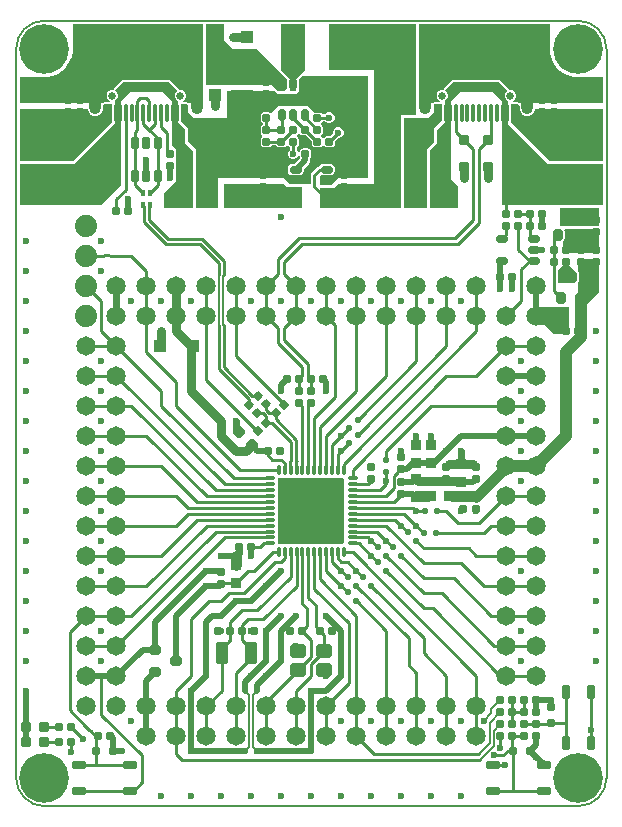
<source format=gtl>
G04*
G04 #@! TF.GenerationSoftware,Altium Limited,Altium Designer,23.3.1 (30)*
G04*
G04 Layer_Physical_Order=1*
G04 Layer_Color=255*
%FSLAX25Y25*%
%MOIN*%
G70*
G04*
G04 #@! TF.SameCoordinates,D048E5A0-3BFD-467D-8461-715AC76033F9*
G04*
G04*
G04 #@! TF.FilePolarity,Positive*
G04*
G01*
G75*
%ADD12C,0.00787*%
%ADD17C,0.00600*%
%ADD20C,0.01000*%
G04:AMPARAMS|DCode=27|XSize=31.58mil|YSize=38.27mil|CornerRadius=7.89mil|HoleSize=0mil|Usage=FLASHONLY|Rotation=90.000|XOffset=0mil|YOffset=0mil|HoleType=Round|Shape=RoundedRectangle|*
%AMROUNDEDRECTD27*
21,1,0.03158,0.02248,0,0,90.0*
21,1,0.01579,0.03827,0,0,90.0*
1,1,0.01579,0.01124,0.00789*
1,1,0.01579,0.01124,-0.00789*
1,1,0.01579,-0.01124,-0.00789*
1,1,0.01579,-0.01124,0.00789*
%
%ADD27ROUNDEDRECTD27*%
%ADD28R,0.01181X0.01968*%
G04:AMPARAMS|DCode=29|XSize=23.62mil|YSize=23.62mil|CornerRadius=2.36mil|HoleSize=0mil|Usage=FLASHONLY|Rotation=315.000|XOffset=0mil|YOffset=0mil|HoleType=Round|Shape=RoundedRectangle|*
%AMROUNDEDRECTD29*
21,1,0.02362,0.01890,0,0,315.0*
21,1,0.01890,0.02362,0,0,315.0*
1,1,0.00472,0.00000,-0.01336*
1,1,0.00472,-0.01336,0.00000*
1,1,0.00472,0.00000,0.01336*
1,1,0.00472,0.01336,0.00000*
%
%ADD29ROUNDEDRECTD29*%
G04:AMPARAMS|DCode=30|XSize=57.09mil|YSize=11.81mil|CornerRadius=2.95mil|HoleSize=0mil|Usage=FLASHONLY|Rotation=270.000|XOffset=0mil|YOffset=0mil|HoleType=Round|Shape=RoundedRectangle|*
%AMROUNDEDRECTD30*
21,1,0.05709,0.00591,0,0,270.0*
21,1,0.05118,0.01181,0,0,270.0*
1,1,0.00591,-0.00295,-0.02559*
1,1,0.00591,-0.00295,0.02559*
1,1,0.00591,0.00295,0.02559*
1,1,0.00591,0.00295,-0.02559*
%
%ADD30ROUNDEDRECTD30*%
G04:AMPARAMS|DCode=31|XSize=23.62mil|YSize=43.31mil|CornerRadius=5.91mil|HoleSize=0mil|Usage=FLASHONLY|Rotation=180.000|XOffset=0mil|YOffset=0mil|HoleType=Round|Shape=RoundedRectangle|*
%AMROUNDEDRECTD31*
21,1,0.02362,0.03150,0,0,180.0*
21,1,0.01181,0.04331,0,0,180.0*
1,1,0.01181,-0.00591,0.01575*
1,1,0.01181,0.00591,0.01575*
1,1,0.01181,0.00591,-0.01575*
1,1,0.01181,-0.00591,-0.01575*
%
%ADD31ROUNDEDRECTD31*%
G04:AMPARAMS|DCode=32|XSize=23.62mil|YSize=23.62mil|CornerRadius=2.36mil|HoleSize=0mil|Usage=FLASHONLY|Rotation=225.000|XOffset=0mil|YOffset=0mil|HoleType=Round|Shape=RoundedRectangle|*
%AMROUNDEDRECTD32*
21,1,0.02362,0.01890,0,0,225.0*
21,1,0.01890,0.02362,0,0,225.0*
1,1,0.00472,-0.01336,0.00000*
1,1,0.00472,0.00000,0.01336*
1,1,0.00472,0.01336,0.00000*
1,1,0.00472,0.00000,-0.01336*
%
%ADD32ROUNDEDRECTD32*%
G04:AMPARAMS|DCode=33|XSize=31.5mil|YSize=31.5mil|CornerRadius=3.15mil|HoleSize=0mil|Usage=FLASHONLY|Rotation=180.000|XOffset=0mil|YOffset=0mil|HoleType=Round|Shape=RoundedRectangle|*
%AMROUNDEDRECTD33*
21,1,0.03150,0.02520,0,0,180.0*
21,1,0.02520,0.03150,0,0,180.0*
1,1,0.00630,-0.01260,0.01260*
1,1,0.00630,0.01260,0.01260*
1,1,0.00630,0.01260,-0.01260*
1,1,0.00630,-0.01260,-0.01260*
%
%ADD33ROUNDEDRECTD33*%
G04:AMPARAMS|DCode=34|XSize=23.62mil|YSize=23.62mil|CornerRadius=2.36mil|HoleSize=0mil|Usage=FLASHONLY|Rotation=180.000|XOffset=0mil|YOffset=0mil|HoleType=Round|Shape=RoundedRectangle|*
%AMROUNDEDRECTD34*
21,1,0.02362,0.01890,0,0,180.0*
21,1,0.01890,0.02362,0,0,180.0*
1,1,0.00472,-0.00945,0.00945*
1,1,0.00472,0.00945,0.00945*
1,1,0.00472,0.00945,-0.00945*
1,1,0.00472,-0.00945,-0.00945*
%
%ADD34ROUNDEDRECTD34*%
G04:AMPARAMS|DCode=35|XSize=23.62mil|YSize=23.62mil|CornerRadius=2.36mil|HoleSize=0mil|Usage=FLASHONLY|Rotation=90.000|XOffset=0mil|YOffset=0mil|HoleType=Round|Shape=RoundedRectangle|*
%AMROUNDEDRECTD35*
21,1,0.02362,0.01890,0,0,90.0*
21,1,0.01890,0.02362,0,0,90.0*
1,1,0.00472,0.00945,0.00945*
1,1,0.00472,0.00945,-0.00945*
1,1,0.00472,-0.00945,-0.00945*
1,1,0.00472,-0.00945,0.00945*
%
%ADD35ROUNDEDRECTD35*%
G04:AMPARAMS|DCode=36|XSize=23.62mil|YSize=27.56mil|CornerRadius=2.95mil|HoleSize=0mil|Usage=FLASHONLY|Rotation=270.000|XOffset=0mil|YOffset=0mil|HoleType=Round|Shape=RoundedRectangle|*
%AMROUNDEDRECTD36*
21,1,0.02362,0.02165,0,0,270.0*
21,1,0.01772,0.02756,0,0,270.0*
1,1,0.00591,-0.01083,-0.00886*
1,1,0.00591,-0.01083,0.00886*
1,1,0.00591,0.01083,0.00886*
1,1,0.00591,0.01083,-0.00886*
%
%ADD36ROUNDEDRECTD36*%
G04:AMPARAMS|DCode=37|XSize=25.59mil|YSize=47.24mil|CornerRadius=3.2mil|HoleSize=0mil|Usage=FLASHONLY|Rotation=180.000|XOffset=0mil|YOffset=0mil|HoleType=Round|Shape=RoundedRectangle|*
%AMROUNDEDRECTD37*
21,1,0.02559,0.04085,0,0,180.0*
21,1,0.01919,0.04724,0,0,180.0*
1,1,0.00640,-0.00960,0.02042*
1,1,0.00640,0.00960,0.02042*
1,1,0.00640,0.00960,-0.02042*
1,1,0.00640,-0.00960,-0.02042*
%
%ADD37ROUNDEDRECTD37*%
G04:AMPARAMS|DCode=38|XSize=25.59mil|YSize=47.24mil|CornerRadius=3.2mil|HoleSize=0mil|Usage=FLASHONLY|Rotation=270.000|XOffset=0mil|YOffset=0mil|HoleType=Round|Shape=RoundedRectangle|*
%AMROUNDEDRECTD38*
21,1,0.02559,0.04085,0,0,270.0*
21,1,0.01919,0.04724,0,0,270.0*
1,1,0.00640,-0.02042,-0.00960*
1,1,0.00640,-0.02042,0.00960*
1,1,0.00640,0.02042,0.00960*
1,1,0.00640,0.02042,-0.00960*
%
%ADD38ROUNDEDRECTD38*%
G04:AMPARAMS|DCode=39|XSize=43.31mil|YSize=43.31mil|CornerRadius=5.41mil|HoleSize=0mil|Usage=FLASHONLY|Rotation=0.000|XOffset=0mil|YOffset=0mil|HoleType=Round|Shape=RoundedRectangle|*
%AMROUNDEDRECTD39*
21,1,0.04331,0.03248,0,0,0.0*
21,1,0.03248,0.04331,0,0,0.0*
1,1,0.01083,0.01624,-0.01624*
1,1,0.01083,-0.01624,-0.01624*
1,1,0.01083,-0.01624,0.01624*
1,1,0.01083,0.01624,0.01624*
%
%ADD39ROUNDEDRECTD39*%
G04:AMPARAMS|DCode=40|XSize=43.31mil|YSize=43.31mil|CornerRadius=5.41mil|HoleSize=0mil|Usage=FLASHONLY|Rotation=90.000|XOffset=0mil|YOffset=0mil|HoleType=Round|Shape=RoundedRectangle|*
%AMROUNDEDRECTD40*
21,1,0.04331,0.03248,0,0,90.0*
21,1,0.03248,0.04331,0,0,90.0*
1,1,0.01083,0.01624,0.01624*
1,1,0.01083,0.01624,-0.01624*
1,1,0.01083,-0.01624,-0.01624*
1,1,0.01083,-0.01624,0.01624*
%
%ADD40ROUNDEDRECTD40*%
G04:AMPARAMS|DCode=41|XSize=23.62mil|YSize=39.37mil|CornerRadius=5.91mil|HoleSize=0mil|Usage=FLASHONLY|Rotation=270.000|XOffset=0mil|YOffset=0mil|HoleType=Round|Shape=RoundedRectangle|*
%AMROUNDEDRECTD41*
21,1,0.02362,0.02756,0,0,270.0*
21,1,0.01181,0.03937,0,0,270.0*
1,1,0.01181,-0.01378,-0.00591*
1,1,0.01181,-0.01378,0.00591*
1,1,0.01181,0.01378,0.00591*
1,1,0.01181,0.01378,-0.00591*
%
%ADD41ROUNDEDRECTD41*%
G04:AMPARAMS|DCode=42|XSize=31.58mil|YSize=38.27mil|CornerRadius=7.89mil|HoleSize=0mil|Usage=FLASHONLY|Rotation=180.000|XOffset=0mil|YOffset=0mil|HoleType=Round|Shape=RoundedRectangle|*
%AMROUNDEDRECTD42*
21,1,0.03158,0.02248,0,0,180.0*
21,1,0.01579,0.03827,0,0,180.0*
1,1,0.01579,-0.00789,0.01124*
1,1,0.01579,0.00789,0.01124*
1,1,0.01579,0.00789,-0.01124*
1,1,0.01579,-0.00789,-0.01124*
%
%ADD42ROUNDEDRECTD42*%
G04:AMPARAMS|DCode=43|XSize=35mil|YSize=35mil|CornerRadius=3.5mil|HoleSize=0mil|Usage=FLASHONLY|Rotation=180.000|XOffset=0mil|YOffset=0mil|HoleType=Round|Shape=RoundedRectangle|*
%AMROUNDEDRECTD43*
21,1,0.03500,0.02800,0,0,180.0*
21,1,0.02800,0.03500,0,0,180.0*
1,1,0.00700,-0.01400,0.01400*
1,1,0.00700,0.01400,0.01400*
1,1,0.00700,0.01400,-0.01400*
1,1,0.00700,-0.01400,-0.01400*
%
%ADD43ROUNDEDRECTD43*%
G04:AMPARAMS|DCode=44|XSize=35mil|YSize=35mil|CornerRadius=3.5mil|HoleSize=0mil|Usage=FLASHONLY|Rotation=270.000|XOffset=0mil|YOffset=0mil|HoleType=Round|Shape=RoundedRectangle|*
%AMROUNDEDRECTD44*
21,1,0.03500,0.02800,0,0,270.0*
21,1,0.02800,0.03500,0,0,270.0*
1,1,0.00700,-0.01400,-0.01400*
1,1,0.00700,-0.01400,0.01400*
1,1,0.00700,0.01400,0.01400*
1,1,0.00700,0.01400,-0.01400*
%
%ADD44ROUNDEDRECTD44*%
G04:AMPARAMS|DCode=45|XSize=42.5mil|YSize=55mil|CornerRadius=4.25mil|HoleSize=0mil|Usage=FLASHONLY|Rotation=0.000|XOffset=0mil|YOffset=0mil|HoleType=Round|Shape=RoundedRectangle|*
%AMROUNDEDRECTD45*
21,1,0.04250,0.04650,0,0,0.0*
21,1,0.03400,0.05500,0,0,0.0*
1,1,0.00850,0.01700,-0.02325*
1,1,0.00850,-0.01700,-0.02325*
1,1,0.00850,-0.01700,0.02325*
1,1,0.00850,0.01700,0.02325*
%
%ADD45ROUNDEDRECTD45*%
G04:AMPARAMS|DCode=46|XSize=20mil|YSize=20mil|CornerRadius=5mil|HoleSize=0mil|Usage=FLASHONLY|Rotation=45.000|XOffset=0mil|YOffset=0mil|HoleType=Round|Shape=RoundedRectangle|*
%AMROUNDEDRECTD46*
21,1,0.02000,0.01000,0,0,45.0*
21,1,0.01000,0.02000,0,0,45.0*
1,1,0.01000,0.00707,0.00000*
1,1,0.01000,0.00000,-0.00707*
1,1,0.01000,-0.00707,0.00000*
1,1,0.01000,0.00000,0.00707*
%
%ADD46ROUNDEDRECTD46*%
G04:AMPARAMS|DCode=47|XSize=20mil|YSize=20mil|CornerRadius=5mil|HoleSize=0mil|Usage=FLASHONLY|Rotation=270.000|XOffset=0mil|YOffset=0mil|HoleType=Round|Shape=RoundedRectangle|*
%AMROUNDEDRECTD47*
21,1,0.02000,0.01000,0,0,270.0*
21,1,0.01000,0.02000,0,0,270.0*
1,1,0.01000,-0.00500,-0.00500*
1,1,0.01000,-0.00500,0.00500*
1,1,0.01000,0.00500,0.00500*
1,1,0.01000,0.00500,-0.00500*
%
%ADD47ROUNDEDRECTD47*%
G04:AMPARAMS|DCode=48|XSize=20mil|YSize=20mil|CornerRadius=5mil|HoleSize=0mil|Usage=FLASHONLY|Rotation=0.000|XOffset=0mil|YOffset=0mil|HoleType=Round|Shape=RoundedRectangle|*
%AMROUNDEDRECTD48*
21,1,0.02000,0.01000,0,0,0.0*
21,1,0.01000,0.02000,0,0,0.0*
1,1,0.01000,0.00500,-0.00500*
1,1,0.01000,-0.00500,-0.00500*
1,1,0.01000,-0.00500,0.00500*
1,1,0.01000,0.00500,0.00500*
%
%ADD48ROUNDEDRECTD48*%
G04:AMPARAMS|DCode=49|XSize=20mil|YSize=20mil|CornerRadius=5mil|HoleSize=0mil|Usage=FLASHONLY|Rotation=315.000|XOffset=0mil|YOffset=0mil|HoleType=Round|Shape=RoundedRectangle|*
%AMROUNDEDRECTD49*
21,1,0.02000,0.01000,0,0,315.0*
21,1,0.01000,0.02000,0,0,315.0*
1,1,0.01000,0.00000,-0.00707*
1,1,0.01000,-0.00707,0.00000*
1,1,0.01000,0.00000,0.00707*
1,1,0.01000,0.00707,0.00000*
%
%ADD49ROUNDEDRECTD49*%
G04:AMPARAMS|DCode=50|XSize=31.5mil|YSize=11.81mil|CornerRadius=2.95mil|HoleSize=0mil|Usage=FLASHONLY|Rotation=90.000|XOffset=0mil|YOffset=0mil|HoleType=Round|Shape=RoundedRectangle|*
%AMROUNDEDRECTD50*
21,1,0.03150,0.00591,0,0,90.0*
21,1,0.02559,0.01181,0,0,90.0*
1,1,0.00591,0.00295,0.01280*
1,1,0.00591,0.00295,-0.01280*
1,1,0.00591,-0.00295,-0.01280*
1,1,0.00591,-0.00295,0.01280*
%
%ADD50ROUNDEDRECTD50*%
G04:AMPARAMS|DCode=51|XSize=31.5mil|YSize=11.81mil|CornerRadius=2.95mil|HoleSize=0mil|Usage=FLASHONLY|Rotation=180.000|XOffset=0mil|YOffset=0mil|HoleType=Round|Shape=RoundedRectangle|*
%AMROUNDEDRECTD51*
21,1,0.03150,0.00591,0,0,180.0*
21,1,0.02559,0.01181,0,0,180.0*
1,1,0.00591,-0.01280,0.00295*
1,1,0.00591,0.01280,0.00295*
1,1,0.00591,0.01280,-0.00295*
1,1,0.00591,-0.01280,-0.00295*
%
%ADD51ROUNDEDRECTD51*%
G04:AMPARAMS|DCode=52|XSize=23.62mil|YSize=27.56mil|CornerRadius=2.95mil|HoleSize=0mil|Usage=FLASHONLY|Rotation=180.000|XOffset=0mil|YOffset=0mil|HoleType=Round|Shape=RoundedRectangle|*
%AMROUNDEDRECTD52*
21,1,0.02362,0.02165,0,0,180.0*
21,1,0.01772,0.02756,0,0,180.0*
1,1,0.00591,-0.00886,0.01083*
1,1,0.00591,0.00886,0.01083*
1,1,0.00591,0.00886,-0.01083*
1,1,0.00591,-0.00886,-0.01083*
%
%ADD52ROUNDEDRECTD52*%
G04:AMPARAMS|DCode=53|XSize=35.43mil|YSize=31.5mil|CornerRadius=3.94mil|HoleSize=0mil|Usage=FLASHONLY|Rotation=270.000|XOffset=0mil|YOffset=0mil|HoleType=Round|Shape=RoundedRectangle|*
%AMROUNDEDRECTD53*
21,1,0.03543,0.02362,0,0,270.0*
21,1,0.02756,0.03150,0,0,270.0*
1,1,0.00787,-0.01181,-0.01378*
1,1,0.00787,-0.01181,0.01378*
1,1,0.00787,0.01181,0.01378*
1,1,0.00787,0.01181,-0.01378*
%
%ADD53ROUNDEDRECTD53*%
%ADD54R,0.04370X0.06693*%
G04:AMPARAMS|DCode=55|XSize=50mil|YSize=80mil|CornerRadius=5mil|HoleSize=0mil|Usage=FLASHONLY|Rotation=270.000|XOffset=0mil|YOffset=0mil|HoleType=Round|Shape=RoundedRectangle|*
%AMROUNDEDRECTD55*
21,1,0.05000,0.07000,0,0,270.0*
21,1,0.04000,0.08000,0,0,270.0*
1,1,0.01000,-0.03500,-0.02000*
1,1,0.01000,-0.03500,0.02000*
1,1,0.01000,0.03500,0.02000*
1,1,0.01000,0.03500,-0.02000*
%
%ADD55ROUNDEDRECTD55*%
G04:AMPARAMS|DCode=56|XSize=23.62mil|YSize=39.37mil|CornerRadius=5.91mil|HoleSize=0mil|Usage=FLASHONLY|Rotation=0.000|XOffset=0mil|YOffset=0mil|HoleType=Round|Shape=RoundedRectangle|*
%AMROUNDEDRECTD56*
21,1,0.02362,0.02756,0,0,0.0*
21,1,0.01181,0.03937,0,0,0.0*
1,1,0.01181,0.00591,-0.01378*
1,1,0.01181,-0.00591,-0.01378*
1,1,0.01181,-0.00591,0.01378*
1,1,0.01181,0.00591,0.01378*
%
%ADD56ROUNDEDRECTD56*%
G04:AMPARAMS|DCode=57|XSize=35mil|YSize=35mil|CornerRadius=4.38mil|HoleSize=0mil|Usage=FLASHONLY|Rotation=270.000|XOffset=0mil|YOffset=0mil|HoleType=Round|Shape=RoundedRectangle|*
%AMROUNDEDRECTD57*
21,1,0.03500,0.02625,0,0,270.0*
21,1,0.02625,0.03500,0,0,270.0*
1,1,0.00875,-0.01313,-0.01313*
1,1,0.00875,-0.01313,0.01313*
1,1,0.00875,0.01313,0.01313*
1,1,0.00875,0.01313,-0.01313*
%
%ADD57ROUNDEDRECTD57*%
G04:AMPARAMS|DCode=58|XSize=35mil|YSize=35mil|CornerRadius=4.38mil|HoleSize=0mil|Usage=FLASHONLY|Rotation=180.000|XOffset=0mil|YOffset=0mil|HoleType=Round|Shape=RoundedRectangle|*
%AMROUNDEDRECTD58*
21,1,0.03500,0.02625,0,0,180.0*
21,1,0.02625,0.03500,0,0,180.0*
1,1,0.00875,-0.01313,0.01313*
1,1,0.00875,0.01313,0.01313*
1,1,0.00875,0.01313,-0.01313*
1,1,0.00875,-0.01313,-0.01313*
%
%ADD58ROUNDEDRECTD58*%
G04:AMPARAMS|DCode=59|XSize=35mil|YSize=35mil|CornerRadius=3.5mil|HoleSize=0mil|Usage=FLASHONLY|Rotation=315.000|XOffset=0mil|YOffset=0mil|HoleType=Round|Shape=RoundedRectangle|*
%AMROUNDEDRECTD59*
21,1,0.03500,0.02800,0,0,315.0*
21,1,0.02800,0.03500,0,0,315.0*
1,1,0.00700,0.00000,-0.01980*
1,1,0.00700,-0.01980,0.00000*
1,1,0.00700,0.00000,0.01980*
1,1,0.00700,0.01980,0.00000*
%
%ADD59ROUNDEDRECTD59*%
G04:AMPARAMS|DCode=60|XSize=39.37mil|YSize=70.87mil|CornerRadius=4.92mil|HoleSize=0mil|Usage=FLASHONLY|Rotation=0.000|XOffset=0mil|YOffset=0mil|HoleType=Round|Shape=RoundedRectangle|*
%AMROUNDEDRECTD60*
21,1,0.03937,0.06102,0,0,0.0*
21,1,0.02953,0.07087,0,0,0.0*
1,1,0.00984,0.01476,-0.03051*
1,1,0.00984,-0.01476,-0.03051*
1,1,0.00984,-0.01476,0.03051*
1,1,0.00984,0.01476,0.03051*
%
%ADD60ROUNDEDRECTD60*%
G04:AMPARAMS|DCode=61|XSize=45.28mil|YSize=55.12mil|CornerRadius=11.32mil|HoleSize=0mil|Usage=FLASHONLY|Rotation=90.000|XOffset=0mil|YOffset=0mil|HoleType=Round|Shape=RoundedRectangle|*
%AMROUNDEDRECTD61*
21,1,0.04528,0.03248,0,0,90.0*
21,1,0.02264,0.05512,0,0,90.0*
1,1,0.02264,0.01624,0.01132*
1,1,0.02264,0.01624,-0.01132*
1,1,0.02264,-0.01624,-0.01132*
1,1,0.02264,-0.01624,0.01132*
%
%ADD61ROUNDEDRECTD61*%
%ADD105C,0.01000*%
G04:AMPARAMS|DCode=106|XSize=220.47mil|YSize=220.47mil|CornerRadius=5.51mil|HoleSize=0mil|Usage=FLASHONLY|Rotation=90.000|XOffset=0mil|YOffset=0mil|HoleType=Round|Shape=RoundedRectangle|*
%AMROUNDEDRECTD106*
21,1,0.22047,0.20945,0,0,90.0*
21,1,0.20945,0.22047,0,0,90.0*
1,1,0.01102,0.10472,0.10472*
1,1,0.01102,0.10472,-0.10472*
1,1,0.01102,-0.10472,-0.10472*
1,1,0.01102,-0.10472,0.10472*
%
%ADD106ROUNDEDRECTD106*%
%ADD107C,0.02000*%
%ADD108C,0.02362*%
%ADD109C,0.04000*%
%ADD110C,0.03500*%
%ADD111C,0.02300*%
%ADD112C,0.03000*%
%ADD113C,0.00953*%
%ADD114C,0.06496*%
%ADD115O,0.03937X0.06299*%
%ADD116O,0.03937X0.08268*%
%ADD117C,0.02559*%
%ADD118C,0.16535*%
%ADD119C,0.07874*%
%ADD120C,0.07400*%
%ADD121C,0.02362*%
G36*
X98000Y247000D02*
X95000Y244000D01*
Y240000D01*
X93000D01*
Y244000D01*
X90000Y247000D01*
Y262182D01*
X98000D01*
Y247000D01*
D02*
G37*
G36*
X71000Y257000D02*
X74000Y254000D01*
X82000D01*
X92000Y244000D01*
Y241000D01*
X91000Y240000D01*
X89000D01*
X87000Y242000D01*
X65000D01*
Y262182D01*
X71000D01*
Y257000D01*
D02*
G37*
G36*
X119000Y211000D02*
X109000D01*
X106500Y208500D01*
X103000D01*
Y211683D01*
X103500Y211991D01*
X103779Y211936D01*
X106535D01*
X107000Y212028D01*
X107394Y212291D01*
X107657Y212685D01*
X107749Y213150D01*
Y214331D01*
X107657Y214795D01*
X107394Y215189D01*
X107000Y215452D01*
X106535Y215545D01*
X103779D01*
X103500Y215489D01*
X103315Y215452D01*
X102921Y215189D01*
X102697Y214853D01*
X102311Y214776D01*
X101947Y214533D01*
X101947Y214533D01*
X100207Y212793D01*
X99964Y212429D01*
X99878Y212000D01*
X99878Y212000D01*
Y209000D01*
X93000D01*
X91000Y211000D01*
X69000D01*
Y201000D01*
X61500D01*
Y220500D01*
X59000Y223000D01*
Y227500D01*
X56500Y230000D01*
Y235500D01*
X57474D01*
X57570Y235481D01*
X57666Y235500D01*
X57727D01*
X57823Y235481D01*
X57920Y235500D01*
X58655D01*
X58679Y235495D01*
X58732Y235460D01*
X58917Y235423D01*
X59000Y235389D01*
Y233000D01*
X61000Y231000D01*
X72000D01*
Y240000D01*
X88000D01*
X89000Y239000D01*
X95000D01*
X96000Y240000D01*
Y244000D01*
X97000Y245000D01*
X119000D01*
Y211000D01*
D02*
G37*
G36*
X179528Y253937D02*
Y253006D01*
X179891Y251181D01*
X180603Y249461D01*
X181637Y247914D01*
X182953Y246598D01*
X184501Y245564D01*
X186220Y244851D01*
X188046Y244488D01*
X197221D01*
Y236000D01*
X169361D01*
X169000Y236149D01*
X168719D01*
X168583Y236177D01*
X167992D01*
X167856Y236149D01*
X167538D01*
X167402Y236177D01*
X167243D01*
X167144Y236677D01*
X167443Y236800D01*
X167971Y237329D01*
X168257Y238020D01*
Y238768D01*
X167971Y239458D01*
X167443Y239987D01*
X166752Y240273D01*
X166004D01*
X165886Y240514D01*
X165848Y240540D01*
X165806Y240613D01*
X162959Y243459D01*
X162500Y243649D01*
X147500D01*
X147041Y243459D01*
X144194Y240613D01*
X144169Y240551D01*
X144114Y240514D01*
X143996Y240273D01*
X143248D01*
X142557Y239987D01*
X142029Y239458D01*
X141743Y238768D01*
Y238020D01*
X142029Y237329D01*
X142557Y236800D01*
X142856Y236677D01*
X142757Y236177D01*
X142598D01*
X142462Y236149D01*
X142144D01*
X142008Y236177D01*
X141417D01*
X141281Y236149D01*
X141000D01*
X140639Y236000D01*
X136000D01*
Y262182D01*
X179528D01*
Y253937D01*
D02*
G37*
G36*
X64000Y236000D02*
X59092D01*
X58932Y236107D01*
X58583Y236177D01*
X57992D01*
X57697Y236118D01*
X57402Y236177D01*
X57243D01*
X57144Y236677D01*
X57443Y236800D01*
X57971Y237329D01*
X58258Y238020D01*
Y238768D01*
X57971Y239458D01*
X57443Y239987D01*
X56752Y240273D01*
X56004D01*
X55886Y240514D01*
X55848Y240540D01*
X55806Y240613D01*
X52959Y243459D01*
X52500Y243649D01*
X37500D01*
X37041Y243459D01*
X34194Y240613D01*
X34169Y240551D01*
X34114Y240514D01*
X33996Y240273D01*
X33248D01*
X32557Y239987D01*
X32029Y239458D01*
X31743Y238768D01*
Y238020D01*
X32029Y237329D01*
X32557Y236800D01*
X32856Y236677D01*
X32757Y236177D01*
X32598D01*
X32462Y236149D01*
X32144D01*
X32008Y236177D01*
X31417D01*
X31281Y236149D01*
X31000D01*
X30639Y236000D01*
X2779D01*
Y244488D01*
X11954D01*
X13780Y244851D01*
X15499Y245564D01*
X17047Y246598D01*
X18363Y247914D01*
X19397Y249461D01*
X20109Y251181D01*
X20472Y253006D01*
Y253937D01*
Y262182D01*
X64000D01*
Y236000D01*
D02*
G37*
G36*
X33500Y229500D02*
X20500Y216500D01*
X2779D01*
Y234000D01*
X25420D01*
X25490Y233471D01*
X25749Y232846D01*
X26160Y232310D01*
X26697Y231898D01*
X27322Y231639D01*
X27992Y231551D01*
X28663Y231639D01*
X29287Y231898D01*
X29824Y232310D01*
X30236Y232846D01*
X30494Y233471D01*
X30583Y234142D01*
Y235083D01*
X31000Y235500D01*
X33500D01*
Y229500D01*
D02*
G37*
G36*
X169417Y235083D02*
Y234142D01*
X169506Y233471D01*
X169764Y232846D01*
X170176Y232310D01*
X170712Y231898D01*
X171337Y231639D01*
X172008Y231551D01*
X172678Y231639D01*
X173303Y231898D01*
X173840Y232310D01*
X174251Y232846D01*
X174510Y233471D01*
X174580Y234000D01*
X197221D01*
Y216500D01*
X179500D01*
X166500Y229500D01*
Y235500D01*
X169000D01*
X169417Y235083D01*
D02*
G37*
G36*
X165346Y240154D02*
X165313Y239987D01*
X164785Y239458D01*
X164498Y238768D01*
Y238020D01*
X164785Y237329D01*
X165313Y236800D01*
X165500Y236723D01*
Y230500D01*
Y229000D01*
X179000Y215500D01*
X197221D01*
Y202000D01*
X163500D01*
Y230500D01*
Y236500D01*
X160500Y239500D01*
X149500D01*
X146500Y236500D01*
Y224512D01*
Y210500D01*
X149000Y208000D01*
Y201000D01*
X139500D01*
Y220000D01*
X142000Y222500D01*
Y227000D01*
X144500Y229500D01*
Y236723D01*
X144687Y236800D01*
X145215Y237329D01*
X145502Y238020D01*
Y238768D01*
X145215Y239458D01*
X144687Y239987D01*
X144654Y240154D01*
X147500Y243000D01*
X162500D01*
X165346Y240154D01*
D02*
G37*
G36*
X143500Y230000D02*
X141000Y227500D01*
Y223000D01*
X138500Y220500D01*
Y201000D01*
X131000D01*
Y231000D01*
X139000D01*
X141000Y233000D01*
Y235500D01*
X143500D01*
Y230000D01*
D02*
G37*
G36*
X135000Y232000D02*
X130000D01*
Y208000D01*
Y201000D01*
X103000D01*
Y207500D01*
X107500D01*
X109000Y209000D01*
X121000D01*
Y247000D01*
X106000D01*
Y262182D01*
X135000D01*
Y232000D01*
D02*
G37*
G36*
X92000Y208000D02*
X97000D01*
Y201000D01*
X71000D01*
Y209000D01*
X91000D01*
X92000Y208000D01*
D02*
G37*
G36*
X55346Y240154D02*
X55313Y239987D01*
X54785Y239458D01*
X54498Y238768D01*
Y238020D01*
X54785Y237329D01*
X55313Y236800D01*
X55500Y236723D01*
Y229500D01*
X58000Y227000D01*
Y222500D01*
X60500Y220000D01*
Y201000D01*
X51000D01*
Y206000D01*
X55000Y210000D01*
Y220500D01*
X53500Y222000D01*
Y224512D01*
Y236500D01*
X50500Y239500D01*
X39500D01*
X36500Y236500D01*
Y230500D01*
Y208500D01*
X30000Y202000D01*
X2779D01*
Y215500D01*
X21000D01*
X34500Y229000D01*
Y230500D01*
Y236723D01*
X34687Y236800D01*
X35215Y237329D01*
X35502Y238020D01*
Y238768D01*
X35215Y239458D01*
X34687Y239987D01*
X34654Y240154D01*
X37500Y243000D01*
X52500D01*
X55346Y240154D01*
D02*
G37*
G36*
X196000Y195000D02*
X183000D01*
Y201000D01*
X196000D01*
Y195000D01*
D02*
G37*
G36*
Y186000D02*
X184000D01*
Y189856D01*
X184051Y189890D01*
X184358Y190350D01*
X184466Y190892D01*
Y193140D01*
X184394Y193500D01*
X184701Y194000D01*
X196000D01*
Y186000D01*
D02*
G37*
G36*
X33000Y184500D02*
X31000D01*
Y185500D01*
X33000D01*
Y184500D01*
D02*
G37*
G36*
X186000Y182000D02*
X188000Y180000D01*
Y176000D01*
X182122D01*
Y180122D01*
X184000Y182000D01*
Y184000D01*
X186000D01*
Y182000D01*
D02*
G37*
G36*
X30500Y164000D02*
X29500D01*
Y166000D01*
X30500D01*
Y164000D01*
D02*
G37*
G36*
X186000Y159000D02*
X181000D01*
X178000Y162000D01*
X174000D01*
X172000Y164000D01*
Y166000D01*
X174000Y168000D01*
X186000D01*
Y159000D01*
D02*
G37*
G36*
X196000Y173000D02*
X192000Y169000D01*
Y158000D01*
X188000D01*
Y172000D01*
X189000Y173000D01*
Y176171D01*
X189098Y176318D01*
X189206Y176860D01*
Y179108D01*
X189098Y179650D01*
X189000Y179797D01*
Y184000D01*
X196000D01*
Y173000D01*
D02*
G37*
G36*
X95579Y114500D02*
X94579D01*
Y116500D01*
X95579D01*
Y114500D01*
D02*
G37*
G36*
X93610D02*
X92610D01*
Y116500D01*
X93610D01*
Y114500D01*
D02*
G37*
G36*
X26768Y26939D02*
X26061Y26232D01*
X24646Y27646D01*
X25354Y28354D01*
X26768Y26939D01*
D02*
G37*
G36*
X163000Y18000D02*
X161000D01*
Y19000D01*
X163000D01*
Y18000D01*
D02*
G37*
%LPC*%
G36*
X99000Y235000D02*
X89000D01*
X87000Y233000D01*
Y232802D01*
X86724Y232666D01*
X86500Y232611D01*
X86271Y232764D01*
X85945Y232829D01*
X84055D01*
X83729Y232764D01*
X83452Y232579D01*
X83267Y232303D01*
X83202Y231976D01*
Y231000D01*
Y230087D01*
X83267Y229760D01*
X83452Y229484D01*
X83729Y229299D01*
X83878Y229269D01*
Y228731D01*
X83729Y228701D01*
X83452Y228516D01*
X83267Y228240D01*
X83202Y227913D01*
Y226024D01*
X83267Y225697D01*
X83452Y225421D01*
X83685Y225265D01*
X83709Y225000D01*
X83685Y224735D01*
X83452Y224579D01*
X83267Y224303D01*
X83202Y223976D01*
Y222087D01*
X83267Y221760D01*
X83452Y221484D01*
X83729Y221299D01*
X84055Y221234D01*
X85945D01*
X86271Y221299D01*
X86548Y221484D01*
X86733Y221760D01*
X86762Y221910D01*
X88238D01*
X88267Y221760D01*
X88452Y221484D01*
X88729Y221299D01*
X89055Y221234D01*
X90945D01*
X91271Y221299D01*
X91548Y221484D01*
X91733Y221760D01*
X91745Y221823D01*
X92255D01*
X92267Y221760D01*
X92452Y221484D01*
X92729Y221299D01*
X92878Y221269D01*
Y220397D01*
X92490Y220009D01*
X92219Y219354D01*
Y218646D01*
X92490Y217991D01*
X92991Y217490D01*
X93646Y217219D01*
X94354D01*
X95009Y217490D01*
X95510Y217991D01*
X95734Y218532D01*
X96234Y218433D01*
Y218055D01*
X96299Y217729D01*
X96389Y217594D01*
X94340Y215545D01*
X93465D01*
X93000Y215452D01*
X92606Y215189D01*
X92343Y214795D01*
X92251Y214331D01*
Y213150D01*
X92343Y212685D01*
X92606Y212291D01*
X93000Y212028D01*
X93465Y211936D01*
X96220D01*
X96685Y212028D01*
X97079Y212291D01*
X97342Y212685D01*
X97434Y213150D01*
Y214025D01*
X99185Y215776D01*
X99539Y216305D01*
X99663Y216929D01*
Y217577D01*
X99764Y217729D01*
X99829Y218055D01*
Y219945D01*
X99764Y220271D01*
X99579Y220548D01*
X99303Y220733D01*
X98976Y220797D01*
X97087D01*
X96760Y220733D01*
X96484Y220548D01*
X96299Y220271D01*
X96234Y219945D01*
Y219567D01*
X95734Y219468D01*
X95510Y220009D01*
X95122Y220397D01*
Y221269D01*
X95271Y221299D01*
X95548Y221484D01*
X95733Y221760D01*
X95797Y222087D01*
Y223976D01*
X95733Y224303D01*
X95548Y224579D01*
X95315Y224735D01*
X95291Y225000D01*
X95315Y225265D01*
X95548Y225421D01*
X95733Y225697D01*
X95745Y225760D01*
X96255D01*
X96267Y225697D01*
X96452Y225421D01*
X96729Y225236D01*
X97055Y225171D01*
X98211D01*
X100234Y223148D01*
Y222055D01*
X100299Y221729D01*
X100484Y221452D01*
X100760Y221267D01*
X101087Y221202D01*
X102976D01*
X103303Y221267D01*
X103500Y221399D01*
X103579Y221452D01*
X103735Y221685D01*
X104000Y221709D01*
X104265Y221685D01*
X104421Y221452D01*
X104697Y221267D01*
X105024Y221202D01*
X106913D01*
X107240Y221267D01*
X107516Y221452D01*
X107701Y221729D01*
X107766Y222055D01*
Y223211D01*
X108774Y224219D01*
X109354D01*
X110009Y224490D01*
X110510Y224991D01*
X110781Y225646D01*
Y226354D01*
X110510Y227009D01*
X110009Y227510D01*
X109354Y227781D01*
X108646D01*
X107991Y227510D01*
X107490Y227009D01*
X107219Y226354D01*
Y225836D01*
X106180Y224798D01*
X105024D01*
X104697Y224733D01*
X104421Y224548D01*
X104265Y224315D01*
X104000Y224291D01*
X103735Y224315D01*
X103579Y224548D01*
X103303Y224733D01*
X103145Y224764D01*
Y225274D01*
X103271Y225299D01*
X103548Y225484D01*
X103733Y225760D01*
X103797Y226087D01*
Y227976D01*
X103733Y228303D01*
X103548Y228579D01*
X103315Y228735D01*
X103291Y229000D01*
X103315Y229265D01*
X103548Y229421D01*
X103733Y229697D01*
X103769Y229878D01*
X104603D01*
X104991Y229490D01*
X105646Y229219D01*
X106354D01*
X107009Y229490D01*
X107510Y229991D01*
X107781Y230646D01*
Y231354D01*
X107510Y232009D01*
X107009Y232510D01*
X106354Y232781D01*
X105646D01*
X104991Y232510D01*
X104603Y232121D01*
X103756D01*
X103733Y232240D01*
X103548Y232516D01*
X103271Y232701D01*
X102945Y232766D01*
X101234D01*
X99000Y235000D01*
D02*
G37*
%LPD*%
D12*
X188976Y1575D02*
G03*
X198425Y11024I0J9449D01*
G01*
Y253937D02*
G03*
X188976Y263386I-9449J0D01*
G01*
X11024D02*
G03*
X1575Y253937I0J-9449D01*
G01*
Y11024D02*
G03*
X11024Y1575I9449J0D01*
G01*
X1575Y11024D02*
Y253937D01*
X11024Y263386D02*
X188976D01*
X198425Y11024D02*
Y253937D01*
X11024Y1575D02*
X188976D01*
D17*
X69223Y161823D02*
X69400Y162000D01*
X69223Y178627D02*
X69400Y178450D01*
Y162000D02*
Y178450D01*
X70600Y162000D02*
X70776Y161823D01*
X70600Y178450D02*
X70776Y178627D01*
X70600Y162000D02*
Y178450D01*
X155900Y19000D02*
X159500Y22600D01*
X156200Y17000D02*
X160800Y21600D01*
X159500Y22600D02*
Y29437D01*
X160800Y21600D02*
Y26768D01*
X163031Y29000D01*
X159500Y29437D02*
X163063Y33000D01*
X160000Y33968D02*
X163031Y37000D01*
X160000Y32500D02*
Y33968D01*
X157500Y30000D02*
X160000Y32500D01*
X157458Y30000D02*
X157500D01*
X157435Y30023D02*
X157458Y30000D01*
X79400Y21400D02*
Y38600D01*
X78000Y40000D02*
X79400Y38600D01*
X80600Y21400D02*
Y38600D01*
X82000Y40000D01*
X78000Y20000D02*
X79400Y21400D01*
X80600D02*
X82000Y20000D01*
X93110Y113780D02*
X93110Y113780D01*
D20*
X99000Y145031D02*
X100031Y144000D01*
X91000Y157000D02*
X99000Y149000D01*
Y145031D02*
Y149000D01*
X95969Y144000D02*
X97000Y145031D01*
X89000Y156000D02*
X97000Y148000D01*
Y145031D02*
Y148000D01*
X11000Y28000D02*
X16032D01*
X11000Y23000D02*
X16032D01*
X140000Y135000D02*
X165000D01*
X125000Y120000D02*
X140000Y135000D01*
X72500Y72500D02*
X77500D01*
X70000Y70000D02*
X72500Y72500D01*
X66000Y70000D02*
X70000D01*
X60000Y64000D02*
X66000Y70000D01*
X113779Y113779D02*
X145000Y145000D01*
X155000D02*
X165000Y155000D01*
X145000Y145000D02*
X155000D01*
X43500Y9500D02*
Y18500D01*
X40768Y6768D02*
X43500Y9500D01*
X39465Y6768D02*
X40768D01*
X156000Y96000D02*
X165000Y105000D01*
X149000Y96000D02*
X156000D01*
X145000Y100000D02*
X149000Y96000D01*
X96000Y191000D02*
X148000D01*
X154000Y197000D02*
Y220528D01*
X156000Y196000D02*
Y220528D01*
X97000Y189000D02*
X149000D01*
X156000Y196000D01*
X148000Y191000D02*
X154000Y197000D01*
X89000Y179000D02*
Y184000D01*
X96000Y191000D01*
X91000Y179000D02*
Y183000D01*
X97000Y189000D01*
X91000Y179000D02*
X95000Y175000D01*
X85000D02*
X89000Y179000D01*
X135000Y165000D02*
Y175000D01*
X105000Y25000D02*
Y35000D01*
X70000Y75532D02*
X70468Y76000D01*
X75000D01*
X77031Y62032D02*
X79031Y64031D01*
X77031Y60000D02*
Y62032D01*
X79031Y64031D02*
X84031D01*
X72969Y60000D02*
Y62968D01*
X77000Y67000D02*
X82000D01*
X72969Y62968D02*
X77000Y67000D01*
X72969Y56968D02*
Y60000D01*
X70079Y54079D02*
X72969Y56968D01*
X77031Y60000D02*
Y60000D01*
Y56968D02*
Y60000D01*
Y56968D02*
X79921Y54079D01*
X193232Y22535D02*
Y26959D01*
Y26970D02*
Y39465D01*
X193227Y26964D02*
X193232Y26959D01*
X193227Y26964D02*
X193232Y26970D01*
X108968Y226000D02*
X109000D01*
X105968Y223000D02*
X108968Y226000D01*
X102032Y231000D02*
X106000D01*
X102000Y230968D02*
X102032Y231000D01*
X25000Y125000D02*
X35000D01*
X170968Y33000D02*
Y36937D01*
X171031Y37000D01*
X165000Y192055D02*
Y195000D01*
X28000Y25000D02*
X28787D01*
X28268Y15232D02*
X39465D01*
X22535D02*
X28268D01*
X166969Y33000D02*
Y37000D01*
X167000Y20000D02*
Y25000D01*
X19969Y28000D02*
X23968Y24000D01*
X24000D01*
X55000Y19000D02*
Y24000D01*
Y19000D02*
X57000Y17000D01*
X156200D01*
X19969Y19532D02*
X20000Y19500D01*
X19969Y19532D02*
Y23000D01*
X30000Y32000D02*
X43500Y18500D01*
X30000Y32000D02*
Y45000D01*
X28244Y24457D02*
X28787Y25000D01*
X28244Y20000D02*
Y24457D01*
X28787Y25000D02*
X29032D01*
X26414Y26586D02*
X28000Y25000D01*
X19500Y33500D02*
X25000Y28000D01*
X19500Y33500D02*
Y59500D01*
X25000Y65000D01*
X28244Y15256D02*
X28268Y15232D01*
X28244Y15256D02*
Y20000D01*
X22535Y6768D02*
X39465D01*
X167244D02*
Y20000D01*
X165500D02*
X167000D01*
X164000Y18500D02*
X165500Y20000D01*
X163000Y18500D02*
X164000D01*
X115000Y25000D02*
X121000Y19000D01*
X155900D01*
X163000Y21000D02*
Y24969D01*
X145000Y25000D02*
Y35000D01*
X155000Y25000D02*
Y35000D01*
X163000Y24969D02*
X163031Y25000D01*
X167000D02*
X171031D01*
X164485Y15232D02*
X164487Y15230D01*
X160535Y15232D02*
X164485D01*
X167000Y33000D02*
X170968D01*
X166969Y32969D02*
X167000Y33000D01*
X166969Y29000D02*
Y32969D01*
X184768Y22535D02*
Y29244D01*
Y39465D01*
X180000Y29244D02*
X184768D01*
X167244Y6768D02*
X177465D01*
X160535D02*
X167244D01*
X175031Y29000D02*
X180000D01*
X175000Y29032D02*
X175031Y29000D01*
X171000D02*
X171031Y29032D01*
X175000D01*
X160000Y95000D02*
X165000D01*
X141500Y92500D02*
X157500D01*
X160000Y95000D01*
X105000Y165000D02*
Y175000D01*
X115000Y165000D02*
Y175000D01*
X125000Y165000D02*
Y175000D01*
X145000Y165000D02*
Y175000D01*
X155000Y165000D02*
Y175000D01*
X165000Y155000D02*
X175000D01*
X165000Y135000D02*
X175000D01*
X165000Y105000D02*
X175000D01*
X165000Y95000D02*
X175000D01*
X165000Y85000D02*
X175000D01*
X165000Y75000D02*
X175000D01*
X165000Y65000D02*
X175000D01*
X165000Y55000D02*
X175000D01*
X165000Y45000D02*
X175000D01*
X135000Y25000D02*
Y35000D01*
X125000Y25000D02*
Y35000D01*
X115000Y25000D02*
Y35000D01*
X55000Y25000D02*
Y35000D01*
X25000Y55000D02*
X35000D01*
X25000Y65000D02*
X35000D01*
X25000Y75000D02*
X35000D01*
X25000Y85000D02*
X35000D01*
X25000Y95000D02*
X35000D01*
X25000Y105000D02*
X35000D01*
X25000Y115000D02*
X35000D01*
X25000Y135000D02*
X35000D01*
X25000Y145000D02*
X35000D01*
X30000Y160000D02*
X35000Y155000D01*
X30000Y160000D02*
Y164000D01*
X25000Y155000D02*
X35000D01*
X25000Y175000D02*
X30000Y170000D01*
Y166000D02*
Y170000D01*
X25000Y185000D02*
X31000D01*
X33000D02*
X40000D01*
X45000Y180000D01*
Y175000D02*
Y180000D01*
Y165000D02*
Y175000D01*
X65000Y165000D02*
Y175000D01*
X75000Y151500D02*
Y165000D01*
Y166000D02*
Y175000D01*
X142000Y100000D02*
X145000D01*
X181000Y173276D02*
Y186969D01*
Y187000D02*
Y190756D01*
Y186969D02*
X181032Y187000D01*
X181000Y190756D02*
X182260Y192016D01*
X181000Y173276D02*
X183260Y171016D01*
X165000Y203000D02*
X165032Y202969D01*
Y199000D02*
Y202969D01*
X168968Y199000D02*
X173031D01*
Y192024D02*
X174315Y190740D01*
X173031Y192024D02*
Y195000D01*
Y199000D01*
X165000Y165000D02*
X170000Y170000D01*
Y180520D01*
X172740Y183260D01*
X168968Y187031D02*
Y195000D01*
X172740Y183260D02*
X174315D01*
X168968Y187031D02*
X172740Y183260D01*
X163685Y190740D02*
X165000Y192055D01*
X35000Y204000D02*
X38110Y207110D01*
X35000Y200000D02*
Y204000D01*
X38110Y207110D02*
Y232705D01*
X55000Y135000D02*
X76220Y113780D01*
X45000Y153000D02*
X55000Y143000D01*
Y135000D02*
Y143000D01*
X35000Y155000D02*
X50000Y140000D01*
Y135000D02*
Y140000D01*
Y135000D02*
X74173Y110827D01*
X45000Y153000D02*
Y165000D01*
X102740Y206260D02*
X105157D01*
X101000Y208000D02*
X102740Y206260D01*
X101000Y208000D02*
Y212000D01*
X102740Y213740D01*
X105157D01*
X85000Y226969D02*
Y231031D01*
Y226969D02*
X90000D01*
X85000Y223031D02*
X90000D01*
X90260Y227228D02*
Y231842D01*
X90000Y226969D02*
X90260Y227228D01*
X90063Y223031D02*
X94000Y226969D01*
X90000Y223031D02*
X90063D01*
X94000Y219000D02*
Y223031D01*
X98000Y222969D02*
X101969Y219000D01*
X94000Y230968D02*
X98000Y226969D01*
X94000Y230968D02*
Y231842D01*
X98000Y226969D02*
X101969Y223000D01*
X102032D01*
X159000Y223528D02*
X160000Y224528D01*
X156000Y220528D02*
X159000Y223528D01*
X148110Y226417D02*
X151000Y223528D01*
X148110Y226417D02*
Y232705D01*
X151000Y223528D02*
X154000Y220528D01*
X97740Y231291D02*
X102000Y227031D01*
X97740Y231291D02*
Y231842D01*
X159921Y232705D02*
X160000Y232626D01*
Y224528D02*
Y232626D01*
X89000Y156000D02*
Y161000D01*
X91000Y157000D02*
Y161000D01*
X100000Y143968D02*
X100031Y144000D01*
X100000Y139969D02*
Y143968D01*
X95969Y144000D02*
X96000Y143968D01*
Y139969D02*
Y143968D01*
X99016Y135047D02*
X100000Y136031D01*
X96000D02*
X97047Y134985D01*
X95000Y165000D02*
Y175000D01*
X85000Y165000D02*
Y175000D01*
X52000Y219969D02*
X53000Y218969D01*
X52000Y219969D02*
Y226000D01*
X49921Y228079D02*
X52000Y226000D01*
X49921Y228079D02*
Y232705D01*
X135000Y100000D02*
X138000D01*
X110000Y125000D02*
X112586Y127586D01*
X104921Y80079D02*
Y86220D01*
Y80079D02*
X110000Y75000D01*
X112086Y72914D01*
X114883Y70117D02*
X114914Y70086D01*
X125000Y35000D02*
Y60078D01*
X114953Y70125D02*
X125000Y60078D01*
X106890Y83110D02*
Y86221D01*
Y83110D02*
X110000Y80000D01*
X112086Y77914D01*
X115000Y75000D02*
X132500Y57500D01*
Y48500D02*
X135000Y46000D01*
X132500Y48500D02*
Y57500D01*
X135000Y35000D02*
Y46000D01*
X108858Y84142D02*
X110000Y83000D01*
X108858Y84142D02*
Y86221D01*
X110000Y83000D02*
X112078D01*
Y82922D02*
Y83000D01*
Y82922D02*
X115000Y80000D01*
X117086Y77914D01*
X119914Y75086D02*
X119993D01*
X137500Y57578D01*
Y52500D02*
Y57578D01*
Y52500D02*
X145000Y45000D01*
Y35000D02*
Y45000D01*
X113780Y89173D02*
X115827D01*
X120000Y85000D01*
X122086Y82914D01*
X125000Y80000D02*
X137500Y67500D01*
X140500D02*
X163000Y45000D01*
X137500Y67500D02*
X140500D01*
X163000Y45000D02*
X165000D01*
X118858Y91142D02*
X120000Y90000D01*
X113780Y91142D02*
X118858D01*
X120000Y90000D02*
X122086Y87914D01*
X124748Y85252D02*
X124914Y85086D01*
X137500Y72500D01*
X143500D02*
X161000Y55000D01*
X137500Y72500D02*
X143500D01*
X161000Y55000D02*
X165000D01*
X113780Y93110D02*
X121890D01*
X125000Y90000D01*
X127086Y87914D01*
X137500Y77500D02*
X147500D01*
X129914Y85086D02*
X137500Y77500D01*
X147500D02*
X160000Y65000D01*
X165000D01*
X113780Y97047D02*
X127953D01*
X130000Y95000D01*
X132086Y92914D01*
X134914Y90086D02*
X137500Y87500D01*
X152500D02*
X155000Y85000D01*
X137500Y87500D02*
X152500D01*
X155000Y85000D02*
X165000D01*
X130984Y99016D02*
X135000Y95000D01*
X113780Y99016D02*
X130984D01*
X135000Y95000D02*
X137500Y92500D01*
X113780Y100984D02*
X134016D01*
X135000Y100000D01*
X125000Y117000D02*
Y120000D01*
Y109000D02*
Y110000D01*
X122890Y106890D02*
X125000Y109000D01*
X113780Y106890D02*
X122890D01*
X125000Y110000D02*
Y113000D01*
X145000Y155000D02*
Y165000D01*
X115414Y125414D02*
X145000Y155000D01*
X108858Y118858D02*
X110000Y120000D01*
X108858Y113780D02*
Y118858D01*
X110000Y120000D02*
X112586Y122586D01*
X135000Y150000D02*
Y165000D01*
X115414Y130414D02*
X135000Y150000D01*
X106890Y121890D02*
X110000Y125000D01*
X106890Y113780D02*
Y121890D01*
X74173Y110827D02*
X86220D01*
X80968Y88000D02*
X83000D01*
X83000D01*
X79921Y50921D02*
Y52500D01*
X75000Y46000D02*
X79921Y50921D01*
X75000Y35000D02*
Y46000D01*
X70079Y52500D02*
Y54079D01*
X79921Y52500D02*
Y54079D01*
X82000Y67000D02*
X93110Y78110D01*
X60000Y45000D02*
Y64000D01*
X55000Y35000D02*
Y40000D01*
X60000Y45000D01*
X79000Y80000D02*
X81000D01*
X87221Y86221D01*
X75000Y76000D02*
X79000Y80000D01*
X77500Y72500D02*
X88000Y83000D01*
X70079Y40079D02*
Y52500D01*
X65000Y35000D02*
X70079Y40079D01*
X93110Y78110D02*
Y86220D01*
X95079Y75079D02*
Y86220D01*
X84031Y64031D02*
X95079Y75079D01*
X100984Y74094D02*
Y86220D01*
Y74094D02*
X112500Y62578D01*
Y42500D02*
Y62578D01*
X101500Y61532D02*
Y68500D01*
X99016Y70984D02*
X101500Y68500D01*
Y61532D02*
X103032Y60000D01*
X96969D02*
X98500Y61532D01*
X97000Y69000D02*
X98500Y67500D01*
Y61532D02*
Y67500D01*
X97047Y69000D02*
Y86220D01*
X100000Y51181D02*
Y56968D01*
X96969Y60000D02*
X100000Y56968D01*
X95669Y46850D02*
X100000Y51181D01*
X99016Y70984D02*
Y86221D01*
X85000Y36181D02*
X95669Y46850D01*
X85000Y35000D02*
Y36181D01*
X100000Y48819D02*
X104331Y53150D01*
X100000Y45000D02*
Y48819D01*
X95000Y40000D02*
X100000Y45000D01*
X95000Y35000D02*
Y40000D01*
X103032Y60000D02*
X104331Y58701D01*
Y53150D02*
Y58701D01*
X155000Y159907D02*
Y165000D01*
X110827Y113780D02*
Y115734D01*
X113779Y110827D02*
Y113779D01*
X110827Y115734D02*
X155000Y159907D01*
X100984Y113780D02*
Y130984D01*
X125000Y145000D02*
Y165000D01*
X104921Y124921D02*
X125000Y145000D01*
X115000Y140000D02*
Y165000D01*
X100984Y130984D02*
X108000Y138000D01*
Y162000D01*
X104921Y113780D02*
Y124921D01*
X102953Y127953D02*
X115000Y140000D01*
X102953Y113780D02*
Y127953D01*
X118858Y108858D02*
X120000Y110000D01*
X113779Y108858D02*
X118858D01*
X127421Y102953D02*
X129234Y104766D01*
X130000Y105532D01*
X113780Y102953D02*
X127421D01*
X127500Y111531D02*
X129000Y113031D01*
X124921Y104921D02*
X127500Y107500D01*
Y111531D01*
X115000Y35000D02*
Y65078D01*
X102953Y77125D02*
X115000Y65078D01*
X105000Y35000D02*
X112500Y42500D01*
X157500Y75000D02*
X165000D01*
X150000Y82500D02*
X157500Y75000D01*
X137500Y82500D02*
X150000D01*
X124921Y95079D02*
X137500Y82500D01*
X113780Y104921D02*
X124921D01*
X59016Y100984D02*
X86220D01*
X35000Y105000D02*
X55000D01*
X59016Y100984D01*
X35000Y125000D02*
X45000D01*
X68110Y106890D02*
X86220D01*
X76220Y113780D02*
X89173D01*
X62047Y102953D02*
X86220D01*
X71142Y108858D02*
X86220D01*
X65079Y104921D02*
X86220D01*
X35000Y135000D02*
X40000D01*
X68110Y106890D01*
X35000Y115000D02*
X50000D01*
X35000Y145000D02*
X71142Y108858D01*
X50000Y115000D02*
X62047Y102953D01*
X45000Y125000D02*
X65079Y104921D01*
X75000Y25000D02*
Y35000D01*
X65000Y25000D02*
Y35000D01*
X95000Y25000D02*
Y35000D01*
X85000Y25000D02*
Y35000D01*
X90000Y83000D02*
X91142Y84142D01*
X88000Y83000D02*
X90000D01*
X91142Y84142D02*
Y86220D01*
X87221Y86221D02*
X89173D01*
X62047Y97047D02*
X86220D01*
X35000Y85000D02*
X50000D01*
X62047Y97047D01*
X71142Y91142D02*
X86220D01*
X35000Y65000D02*
X40000D01*
X59016Y99016D02*
X86220D01*
X40000Y65000D02*
X68110Y93110D01*
X86220D01*
X35000Y75000D02*
X45000D01*
X65079Y95079D02*
X86220D01*
X45000Y75000D02*
X65079Y95079D01*
X55000Y95000D02*
X59016Y99016D01*
X35000Y95000D02*
X55000D01*
X35000Y55000D02*
X71142Y91142D01*
X155000Y35000D02*
Y45078D01*
X110827Y86221D02*
X113857D01*
X155000Y45078D01*
X102953Y77125D02*
Y86220D01*
X84173Y89173D02*
X86220D01*
X83000Y88000D02*
Y88000D01*
Y88000D02*
X83000Y88000D01*
X83000D02*
X84173Y89173D01*
X90000Y117000D02*
X91142Y115858D01*
X87000Y117000D02*
X90000D01*
X85532Y118468D02*
Y120000D01*
Y118468D02*
X87000Y117000D01*
X91142Y113780D02*
Y115858D01*
X105000Y165000D02*
X108000Y162000D01*
X97047Y113780D02*
Y134985D01*
X99016Y113780D02*
Y135047D01*
X75000Y151500D02*
X91000Y135500D01*
X65000Y143500D02*
X82000Y126500D01*
X65000Y143500D02*
Y165000D01*
X91000Y161000D02*
X95000Y165000D01*
X85000D02*
X89000Y161000D01*
X113780Y95079D02*
X124921D01*
D27*
X48016Y53740D02*
D03*
Y46260D02*
D03*
X54984Y50000D02*
D03*
D28*
X43917Y201933D02*
D03*
X46083D02*
D03*
Y206067D02*
D03*
X43917D02*
D03*
D29*
X82108Y138392D02*
D03*
X79108Y135392D02*
D03*
X84892Y135608D02*
D03*
X81892Y132608D02*
D03*
D30*
X44016Y232705D02*
D03*
X47953D02*
D03*
X45984D02*
D03*
X42047D02*
D03*
X58287D02*
D03*
X57106D02*
D03*
X55089D02*
D03*
X53908D02*
D03*
X51890D02*
D03*
X49921D02*
D03*
X40079D02*
D03*
X38110D02*
D03*
X36092D02*
D03*
X34911D02*
D03*
X32894D02*
D03*
X31713D02*
D03*
X168287D02*
D03*
X167106D02*
D03*
X165089D02*
D03*
X163908D02*
D03*
X161890D02*
D03*
X159921D02*
D03*
X157953D02*
D03*
X155984D02*
D03*
X154016D02*
D03*
X152047D02*
D03*
X150079D02*
D03*
X148110D02*
D03*
X146092D02*
D03*
X144911D02*
D03*
X142894D02*
D03*
X141713D02*
D03*
D31*
X48740Y222512D02*
D03*
Y211488D02*
D03*
X41260Y222512D02*
D03*
Y211488D02*
D03*
X45000Y222512D02*
D03*
Y211488D02*
D03*
D32*
X88108Y132608D02*
D03*
X84892Y129392D02*
D03*
X82108Y126608D02*
D03*
X90892Y135392D02*
D03*
D33*
X5000Y23000D02*
D03*
X11000D02*
D03*
Y28000D02*
D03*
X5000D02*
D03*
D34*
X19969D02*
D03*
X16032D02*
D03*
X166969Y37000D02*
D03*
X163031D02*
D03*
X163063Y33000D02*
D03*
X167000D02*
D03*
X163031Y29000D02*
D03*
X166969D02*
D03*
X174969Y37000D02*
D03*
X171031D02*
D03*
X19969Y23000D02*
D03*
X16032D02*
D03*
X185031Y160000D02*
D03*
X188969D02*
D03*
X184968Y183000D02*
D03*
X181032D02*
D03*
Y187000D02*
D03*
X184968D02*
D03*
X166969Y178000D02*
D03*
X163031D02*
D03*
X176969Y195000D02*
D03*
X173031D02*
D03*
X165032D02*
D03*
X168968D02*
D03*
X176969Y199000D02*
D03*
X173031D02*
D03*
X165032D02*
D03*
X168968D02*
D03*
X137031Y219000D02*
D03*
X140969D02*
D03*
X35032Y200000D02*
D03*
X38969D02*
D03*
X102032Y223000D02*
D03*
X105968D02*
D03*
X29032Y25000D02*
D03*
X32969D02*
D03*
X77031Y60000D02*
D03*
X80968D02*
D03*
X72969D02*
D03*
X69032D02*
D03*
X103032D02*
D03*
X106968D02*
D03*
X96969D02*
D03*
X93032D02*
D03*
X100031Y144000D02*
D03*
X103969D02*
D03*
X92032D02*
D03*
X95969D02*
D03*
X85532Y120000D02*
D03*
X89468D02*
D03*
X79969Y88000D02*
D03*
X76032D02*
D03*
X98032Y219000D02*
D03*
X101969D02*
D03*
X171031Y25000D02*
D03*
X174969D02*
D03*
X166969D02*
D03*
X163031D02*
D03*
X62968Y219000D02*
D03*
X59031D02*
D03*
D35*
X175000Y29032D02*
D03*
Y32969D02*
D03*
X171000D02*
D03*
Y29032D02*
D03*
X150500Y100531D02*
D03*
Y104469D02*
D03*
X190000Y183031D02*
D03*
Y186969D02*
D03*
X195000Y183031D02*
D03*
Y186969D02*
D03*
Y193032D02*
D03*
Y196968D02*
D03*
X84000Y208032D02*
D03*
Y211968D02*
D03*
X94000Y223031D02*
D03*
Y226969D02*
D03*
X90000Y223031D02*
D03*
Y226969D02*
D03*
X111000Y208032D02*
D03*
Y211968D02*
D03*
X53000Y215032D02*
D03*
Y218969D02*
D03*
X98000Y223031D02*
D03*
Y226969D02*
D03*
X102000Y230968D02*
D03*
Y227031D02*
D03*
X177000Y233032D02*
D03*
Y236968D02*
D03*
X181000Y233032D02*
D03*
Y236968D02*
D03*
X85000Y223031D02*
D03*
Y226969D02*
D03*
Y231031D02*
D03*
Y234968D02*
D03*
Y242969D02*
D03*
Y239032D02*
D03*
X120000Y110531D02*
D03*
Y114469D02*
D03*
X130000Y114032D02*
D03*
Y117968D02*
D03*
Y105532D02*
D03*
Y109468D02*
D03*
X100000Y139969D02*
D03*
Y136031D02*
D03*
X96000Y139969D02*
D03*
Y136031D02*
D03*
X70000Y75532D02*
D03*
Y79469D02*
D03*
X155000Y110531D02*
D03*
Y114469D02*
D03*
X18917Y236937D02*
D03*
Y233000D02*
D03*
X155000Y100531D02*
D03*
Y104469D02*
D03*
X23000Y233032D02*
D03*
Y236968D02*
D03*
X145000Y110531D02*
D03*
Y114469D02*
D03*
D36*
X180000Y29244D02*
D03*
Y34756D02*
D03*
D37*
X193232Y39465D02*
D03*
Y22535D02*
D03*
X184768Y39465D02*
D03*
Y22535D02*
D03*
D38*
X177465Y6768D02*
D03*
X160535D02*
D03*
X177465Y15232D02*
D03*
X160535D02*
D03*
X39465Y6768D02*
D03*
X22535D02*
D03*
X39465Y15232D02*
D03*
X22535D02*
D03*
D39*
X49488Y155000D02*
D03*
X133488Y225000D02*
D03*
X78512Y258000D02*
D03*
X68000Y249512D02*
D03*
X66512Y225000D02*
D03*
D40*
X60512Y155000D02*
D03*
X144512Y225000D02*
D03*
X67488Y258000D02*
D03*
X68000Y238488D02*
D03*
X55488Y225000D02*
D03*
D41*
X163685Y183260D02*
D03*
Y190740D02*
D03*
X174315D02*
D03*
Y187000D02*
D03*
Y183260D02*
D03*
X105157Y206260D02*
D03*
Y210000D02*
D03*
Y213740D02*
D03*
X94842D02*
D03*
Y206260D02*
D03*
D42*
X187000Y177984D02*
D03*
X190740Y171016D02*
D03*
X183260D02*
D03*
X186000Y198984D02*
D03*
X189740Y192016D02*
D03*
X182260D02*
D03*
D43*
X184000Y165000D02*
D03*
X190000D02*
D03*
D44*
X116000Y249000D02*
D03*
Y243000D02*
D03*
Y207000D02*
D03*
Y213000D02*
D03*
X89000D02*
D03*
Y207000D02*
D03*
X75000Y82000D02*
D03*
Y76000D02*
D03*
X135000Y110500D02*
D03*
Y104500D02*
D03*
Y116000D02*
D03*
Y122000D02*
D03*
D45*
X123626Y222000D02*
D03*
X116374D02*
D03*
X123626Y236000D02*
D03*
X116374D02*
D03*
X123626Y229000D02*
D03*
X116374D02*
D03*
D46*
X112086Y72914D02*
D03*
Y77914D02*
D03*
X117086D02*
D03*
X122086Y82914D02*
D03*
Y87914D02*
D03*
X127086D02*
D03*
X132086Y92914D02*
D03*
X114914Y70086D02*
D03*
Y75086D02*
D03*
X119914D02*
D03*
X124914Y80086D02*
D03*
Y85086D02*
D03*
X129914D02*
D03*
X134914Y90086D02*
D03*
D47*
X137500Y92500D02*
D03*
X138000Y100000D02*
D03*
X141500Y92500D02*
D03*
X142000Y100000D02*
D03*
D48*
X125000Y113000D02*
D03*
Y117000D02*
D03*
D49*
X112586Y122586D02*
D03*
Y127586D02*
D03*
X115414Y125414D02*
D03*
Y130414D02*
D03*
D50*
X104921Y86221D02*
D03*
X106890D02*
D03*
X108858D02*
D03*
Y113780D02*
D03*
X106890Y113780D02*
D03*
X89173D02*
D03*
X91142D02*
D03*
X93110D02*
D03*
X95079D02*
D03*
X97047D02*
D03*
X99016D02*
D03*
X100984D02*
D03*
X102953D02*
D03*
X104921D02*
D03*
X110827Y113780D02*
D03*
Y86221D02*
D03*
X102953D02*
D03*
X100984D02*
D03*
X99016D02*
D03*
X97047D02*
D03*
X95079D02*
D03*
X93110D02*
D03*
X91142D02*
D03*
X89173D02*
D03*
D51*
X113779Y89173D02*
D03*
Y91142D02*
D03*
Y93110D02*
D03*
Y97047D02*
D03*
Y99016D02*
D03*
Y100984D02*
D03*
Y106890D02*
D03*
X86220Y89173D02*
D03*
X86220Y91142D02*
D03*
X86220Y93110D02*
D03*
X86220Y95079D02*
D03*
X86220Y97047D02*
D03*
X86220Y99016D02*
D03*
Y100984D02*
D03*
X86220Y102953D02*
D03*
X86220Y104921D02*
D03*
X86220Y106890D02*
D03*
X86220Y108858D02*
D03*
X86220Y110827D02*
D03*
X113779D02*
D03*
Y108858D02*
D03*
Y104921D02*
D03*
Y102953D02*
D03*
Y95079D02*
D03*
D52*
X33756Y20000D02*
D03*
X28244D02*
D03*
X172756D02*
D03*
X167244D02*
D03*
D53*
X151000Y214472D02*
D03*
Y223528D02*
D03*
X159000Y214472D02*
D03*
Y223528D02*
D03*
D54*
X94146Y254000D02*
D03*
X109854Y254000D02*
D03*
D55*
X77000Y237500D02*
D03*
Y250500D02*
D03*
D56*
X97740Y231842D02*
D03*
X90260D02*
D03*
Y242158D02*
D03*
X94000D02*
D03*
X97740D02*
D03*
X94000Y231842D02*
D03*
D57*
X140000Y122000D02*
D03*
Y116000D02*
D03*
X150000Y109500D02*
D03*
Y115500D02*
D03*
D58*
X146000Y105000D02*
D03*
X140000D02*
D03*
D59*
X80121Y121879D02*
D03*
X75879Y126121D02*
D03*
D60*
X79921Y52500D02*
D03*
X70079D02*
D03*
D61*
X104331Y53150D02*
D03*
Y46850D02*
D03*
X95669Y53150D02*
D03*
Y46850D02*
D03*
D105*
X95079Y116500D02*
D03*
X93110D02*
D03*
X25000Y28000D02*
D03*
X26414Y26586D02*
D03*
X161000Y18500D02*
D03*
X163000D02*
D03*
X93110Y114500D02*
D03*
X95079D02*
D03*
X30000Y166000D02*
D03*
Y164000D02*
D03*
X31000Y185000D02*
D03*
X33000D02*
D03*
D106*
X100000Y100000D02*
D03*
D107*
X55000Y50000D02*
Y65000D01*
X45000Y35000D02*
Y43244D01*
X48016Y46260D01*
X43740Y53740D02*
X48016D01*
Y63016D02*
X65000Y80000D01*
X48016Y53740D02*
Y63016D01*
X35000Y45000D02*
X43740Y53740D01*
X145000Y120000D02*
X150000Y125000D01*
X165000D01*
X175000Y165000D02*
Y175000D01*
X140000Y116000D02*
X141000D01*
X145000Y120000D01*
X135000Y116000D02*
X140000D01*
X134000D02*
X135000D01*
X176969Y195000D02*
Y199000D01*
X175000Y32969D02*
Y37000D01*
X105000Y65000D02*
X110000Y60000D01*
X90000D02*
X95000Y65000D01*
X65000Y75000D02*
X69468D01*
X70000Y75532D01*
X65000Y80000D02*
X69468D01*
X70000Y79469D01*
X153969Y115500D02*
X155000Y114469D01*
X130000Y117968D02*
Y120000D01*
X135000Y122000D02*
Y125000D01*
X80000Y85000D02*
Y88000D01*
X90000Y140000D02*
Y141969D01*
X92032Y144000D01*
X105000Y140000D02*
Y142968D01*
X103969Y144000D02*
X105000Y142968D01*
X5000Y28000D02*
Y40000D01*
Y23000D02*
Y28000D01*
X32969Y25000D02*
X33756Y24213D01*
Y20000D02*
Y24213D01*
X30000Y45000D02*
X35000D01*
X25000D02*
X30000D01*
X33756Y20000D02*
X37000D01*
X173000D02*
X174969Y21969D01*
Y25000D01*
X175000Y18000D02*
X177465Y15535D01*
Y15232D02*
Y15535D01*
X173000Y20000D02*
X175000Y18000D01*
Y37000D02*
X180000D01*
Y34756D02*
Y37000D01*
X165000Y145000D02*
X175000D01*
X150500Y100500D02*
Y100531D01*
X150000Y100000D02*
X150500Y100500D01*
X153969Y109500D02*
X155000Y110531D01*
X150000Y109500D02*
X153969D01*
X45000Y25000D02*
Y35000D01*
X145000Y114469D02*
X146031Y115500D01*
X167000Y174000D02*
Y177969D01*
X163000Y174000D02*
X163031Y174031D01*
Y178000D01*
Y182606D01*
X163685Y183260D01*
X55000Y65000D02*
X65000Y75000D01*
X38969Y203969D02*
X39000Y204000D01*
X38969Y200000D02*
Y203969D01*
X98032Y216929D02*
Y219000D01*
X94842Y213740D02*
X98032Y216929D01*
X62968Y219000D02*
X67000D01*
X53000Y211000D02*
Y215032D01*
X132032Y114032D02*
X134000Y116000D01*
X130000Y114032D02*
X132032D01*
X130000Y109468D02*
X133968D01*
X135000Y110500D01*
X130000Y105532D02*
X133969D01*
X135000Y104500D01*
X45000Y211488D02*
Y217000D01*
X80121Y121879D02*
X82000Y120000D01*
X85532D01*
X75000Y85000D02*
X76000Y86000D01*
X70000Y85000D02*
X75000D01*
X85000Y50000D02*
Y60000D01*
X82000Y40000D02*
Y42000D01*
X85000Y45000D01*
X90000Y50000D02*
Y55000D01*
X85000Y45000D02*
X90000Y50000D01*
X65000Y45000D02*
Y55000D01*
X60000Y40000D02*
X65000Y45000D01*
Y63000D02*
X67000Y65000D01*
X65000Y55000D02*
Y63000D01*
X67000Y65000D02*
X70000D01*
X75000Y70000D01*
X80000D01*
X85000Y75000D01*
Y60000D02*
X90000Y65000D01*
X85000Y75000D02*
X90000Y80000D01*
Y55000D02*
Y60000D01*
X80000Y45000D02*
X85000Y50000D01*
X100000Y40000D02*
X105000D01*
X110000Y45000D01*
Y55000D02*
Y60000D01*
Y45000D02*
Y55000D01*
X78000Y43000D02*
X80000Y45000D01*
X78000Y40000D02*
Y43000D01*
X135000Y110500D02*
X135500Y110000D01*
X140000Y122000D02*
Y125000D01*
X165000D02*
X174796D01*
X70000Y20000D02*
X78000D01*
X82000D02*
X90000D01*
X60000Y30000D02*
Y40000D01*
Y20000D02*
Y30000D01*
Y20000D02*
X70000D01*
X100000D02*
Y30000D01*
Y40000D01*
X90000Y20000D02*
X100000D01*
D108*
X35000Y165000D02*
Y175000D01*
X150000Y115500D02*
Y120000D01*
X75000Y127000D02*
X75879Y126121D01*
X75000Y127000D02*
Y130000D01*
D109*
X190000Y158000D02*
Y160000D01*
X185000Y153000D02*
X190000Y158000D01*
X185000Y125000D02*
Y153000D01*
X175000Y115000D02*
X185000Y125000D01*
X165000Y115000D02*
X175000D01*
D110*
X150531Y105000D02*
X155000D01*
Y104469D02*
X165000Y114469D01*
Y115000D01*
X147000Y105000D02*
X150000D01*
X135000D02*
X139000D01*
X75000Y82000D02*
Y85000D01*
D111*
X76000Y86000D02*
X76032Y86032D01*
Y88000D01*
D112*
X50000Y155000D02*
Y160000D01*
X60000Y140000D02*
Y155000D01*
X140000Y110000D02*
X150000D01*
Y115500D02*
X153969D01*
X55000Y165000D02*
Y175000D01*
X146031Y115500D02*
X150000D01*
X55000Y160000D02*
X60000Y155000D01*
Y140000D02*
X70000Y130000D01*
X55000Y160000D02*
Y165000D01*
X70000Y125000D02*
X75000Y120000D01*
X70000Y125000D02*
Y130000D01*
X68000Y235000D02*
Y238488D01*
X159000Y211000D02*
Y214472D01*
X151000Y211000D02*
Y214472D01*
X74000Y258000D02*
X78512D01*
X75000Y120000D02*
X78243D01*
X80121Y121879D01*
X135500Y110000D02*
X140000D01*
D113*
X52223Y190553D02*
X63643D01*
X70776Y183420D01*
Y178627D02*
Y183420D01*
X51580Y189000D02*
X63000D01*
X69223Y178627D02*
Y182776D01*
X63000Y189000D02*
X69223Y182776D01*
Y147178D02*
Y161823D01*
X79108Y135392D02*
Y137294D01*
X69223Y147178D02*
X79108Y137294D01*
X70776Y147822D02*
Y161823D01*
X80206Y138392D02*
X82108D01*
X70776Y147822D02*
X80206Y138392D01*
X44223Y196357D02*
X51580Y189000D01*
X45777Y197000D02*
X52223Y190553D01*
X45777Y197000D02*
Y201627D01*
X46083Y201933D01*
X44223Y196357D02*
Y201627D01*
X43917Y201933D02*
X44223Y201627D01*
X87010Y129392D02*
X93318Y123084D01*
Y116708D02*
Y123084D01*
X93110Y116500D02*
X93318Y116708D01*
X84892Y129392D02*
X87010D01*
X88108Y130490D02*
X94871Y123727D01*
Y116708D02*
Y123727D01*
Y116708D02*
X95079Y116500D01*
X88108Y130490D02*
Y132608D01*
X81892D02*
X83794D01*
X84892Y131510D01*
Y133706D02*
Y135608D01*
Y133706D02*
X85990Y132608D01*
X88108D01*
X84892Y129392D02*
Y131510D01*
X48740Y211488D02*
Y222512D01*
X44016Y228984D02*
Y232705D01*
X47953Y228953D02*
Y232705D01*
X44016Y228984D02*
X46000Y227000D01*
X47953Y228953D01*
X46000Y227000D02*
X48740Y224260D01*
Y222512D02*
Y224260D01*
X45984Y232705D02*
Y236516D01*
X45000Y237500D02*
X45984Y236516D01*
X43000Y237500D02*
X45000D01*
X42047Y236547D02*
X43000Y237500D01*
X42047Y232705D02*
Y236547D01*
Y227047D02*
Y232705D01*
X41260Y226260D02*
X42047Y227047D01*
X41260Y222512D02*
Y226260D01*
Y211488D02*
Y222512D01*
X48740Y208724D02*
Y211488D01*
X46083Y206067D02*
X48740Y208724D01*
X41260Y208724D02*
Y211488D01*
Y208724D02*
X43917Y206067D01*
D114*
X165000Y85000D02*
D03*
X35000Y35000D02*
D03*
X25000D02*
D03*
X165000Y165000D02*
D03*
X35000D02*
D03*
Y175000D02*
D03*
X175000Y165000D02*
D03*
Y175000D02*
D03*
X165000Y155000D02*
D03*
Y145000D02*
D03*
Y125000D02*
D03*
Y115000D02*
D03*
Y75000D02*
D03*
Y135000D02*
D03*
Y105000D02*
D03*
Y95000D02*
D03*
Y65000D02*
D03*
Y55000D02*
D03*
Y45000D02*
D03*
X155000Y175000D02*
D03*
X125000D02*
D03*
X115000D02*
D03*
X105000D02*
D03*
X95000D02*
D03*
X85000D02*
D03*
X75000D02*
D03*
X65000D02*
D03*
X55000D02*
D03*
X45000D02*
D03*
X135000D02*
D03*
X145000D02*
D03*
X175000Y155000D02*
D03*
Y145000D02*
D03*
Y125000D02*
D03*
Y115000D02*
D03*
Y75000D02*
D03*
Y135000D02*
D03*
Y105000D02*
D03*
Y95000D02*
D03*
Y85000D02*
D03*
Y65000D02*
D03*
Y55000D02*
D03*
Y45000D02*
D03*
X155000Y35000D02*
D03*
X115000D02*
D03*
X105000D02*
D03*
X95000D02*
D03*
X85000D02*
D03*
X75000D02*
D03*
X65000D02*
D03*
X55000D02*
D03*
X45000D02*
D03*
X145000D02*
D03*
X135000D02*
D03*
X125000D02*
D03*
X155000Y25000D02*
D03*
X115000D02*
D03*
X105000D02*
D03*
X95000D02*
D03*
X85000D02*
D03*
X75000D02*
D03*
X65000D02*
D03*
X55000D02*
D03*
X45000D02*
D03*
X145000D02*
D03*
X135000D02*
D03*
X125000D02*
D03*
X155000Y165000D02*
D03*
X125000D02*
D03*
X115000D02*
D03*
X105000D02*
D03*
X95000D02*
D03*
X85000D02*
D03*
X75000D02*
D03*
X65000D02*
D03*
X55000D02*
D03*
X45000D02*
D03*
X135000D02*
D03*
X145000D02*
D03*
X25000Y155000D02*
D03*
Y145000D02*
D03*
Y135000D02*
D03*
Y125000D02*
D03*
Y115000D02*
D03*
Y105000D02*
D03*
Y95000D02*
D03*
Y85000D02*
D03*
Y75000D02*
D03*
Y65000D02*
D03*
Y55000D02*
D03*
Y45000D02*
D03*
X35000Y155000D02*
D03*
Y145000D02*
D03*
Y135000D02*
D03*
Y125000D02*
D03*
Y115000D02*
D03*
Y105000D02*
D03*
Y95000D02*
D03*
Y85000D02*
D03*
Y75000D02*
D03*
Y65000D02*
D03*
Y55000D02*
D03*
X145000Y205000D02*
D03*
X135000D02*
D03*
X55000D02*
D03*
X65000D02*
D03*
X35000Y45000D02*
D03*
D115*
X27992Y252764D02*
D03*
X62008D02*
D03*
X137992D02*
D03*
X172008D02*
D03*
D116*
X62008Y236307D02*
D03*
X27992D02*
D03*
X172008D02*
D03*
X137992D02*
D03*
D117*
X33622Y238394D02*
D03*
X56378D02*
D03*
X143622D02*
D03*
X166378D02*
D03*
D118*
X11024Y253937D02*
D03*
X188976D02*
D03*
Y11024D02*
D03*
X11024D02*
D03*
D119*
X16000Y222890D02*
D03*
Y209110D02*
D03*
X184000Y222890D02*
D03*
Y209110D02*
D03*
D120*
X25000Y195000D02*
D03*
Y185000D02*
D03*
Y175000D02*
D03*
Y165000D02*
D03*
D121*
X55000Y50000D02*
D03*
X65000Y75000D02*
D03*
X145000Y120000D02*
D03*
X195000Y160000D02*
D03*
Y150000D02*
D03*
Y140000D02*
D03*
Y130000D02*
D03*
Y120000D02*
D03*
Y110000D02*
D03*
Y100000D02*
D03*
Y90000D02*
D03*
Y80000D02*
D03*
Y70000D02*
D03*
Y60000D02*
D03*
Y50000D02*
D03*
X150000Y5000D02*
D03*
X140000D02*
D03*
X130000D02*
D03*
X120000D02*
D03*
X110000D02*
D03*
X100000D02*
D03*
X90000D02*
D03*
X80000D02*
D03*
X70000D02*
D03*
X60000D02*
D03*
X50000D02*
D03*
X5000Y50000D02*
D03*
Y60000D02*
D03*
Y70000D02*
D03*
Y80000D02*
D03*
Y90000D02*
D03*
Y100000D02*
D03*
Y110000D02*
D03*
Y120000D02*
D03*
Y130000D02*
D03*
Y140000D02*
D03*
Y150000D02*
D03*
Y160000D02*
D03*
Y170000D02*
D03*
Y180000D02*
D03*
Y190000D02*
D03*
X90000Y198000D02*
D03*
X150000Y120000D02*
D03*
X170000D02*
D03*
Y110000D02*
D03*
X80000Y60000D02*
D03*
X70000D02*
D03*
X105000Y45000D02*
D03*
X95000Y55000D02*
D03*
X193227Y26964D02*
D03*
X109000Y226000D02*
D03*
X106000Y231000D02*
D03*
X123000Y213000D02*
D03*
X5000Y40000D02*
D03*
X24000Y24000D02*
D03*
X20000Y19500D02*
D03*
X37000Y20000D02*
D03*
X161000Y18500D02*
D03*
X163000Y21000D02*
D03*
X157435Y30023D02*
D03*
X175000Y18000D02*
D03*
X164487Y15230D02*
D03*
X180000Y37000D02*
D03*
X40000Y170000D02*
D03*
X50000Y160000D02*
D03*
X150000Y100000D02*
D03*
X155000D02*
D03*
X50000Y155000D02*
D03*
X80000Y207000D02*
D03*
X192000Y197000D02*
D03*
X184000Y178000D02*
D03*
X177000Y197000D02*
D03*
X189000D02*
D03*
X163000Y174000D02*
D03*
X177000Y187000D02*
D03*
X167000Y174000D02*
D03*
X134000Y215000D02*
D03*
X137000D02*
D03*
X56500D02*
D03*
X144000D02*
D03*
X141000D02*
D03*
X39000Y204000D02*
D03*
X75000Y120000D02*
D03*
X89000Y217000D02*
D03*
X84000Y216000D02*
D03*
X80000Y203000D02*
D03*
X112000Y222000D02*
D03*
Y243000D02*
D03*
X59000Y215000D02*
D03*
X68000Y235000D02*
D03*
X85000Y247000D02*
D03*
X106000Y219000D02*
D03*
X111000Y216000D02*
D03*
X140000Y225000D02*
D03*
X137000D02*
D03*
X140000Y228000D02*
D03*
X137000D02*
D03*
X116000Y217000D02*
D03*
X159000Y211000D02*
D03*
X151000D02*
D03*
X94000Y219000D02*
D03*
Y246000D02*
D03*
X112000Y236000D02*
D03*
Y229000D02*
D03*
X102000Y241000D02*
D03*
Y237000D02*
D03*
X98000D02*
D03*
X94000D02*
D03*
X74000Y233000D02*
D03*
X90000Y237000D02*
D03*
X77000Y233000D02*
D03*
X80000D02*
D03*
X67000Y219000D02*
D03*
X53000Y211000D02*
D03*
X74000Y258000D02*
D03*
X110000Y75000D02*
D03*
Y80000D02*
D03*
X115000D02*
D03*
X120000Y85000D02*
D03*
Y90000D02*
D03*
X125000D02*
D03*
X130000Y95000D02*
D03*
X135000D02*
D03*
Y100000D02*
D03*
X125000Y110000D02*
D03*
X110000Y120000D02*
D03*
Y125000D02*
D03*
X85000Y50000D02*
D03*
Y45000D02*
D03*
X90000Y50000D02*
D03*
X65000Y45000D02*
D03*
X70000Y65000D02*
D03*
X75000Y70000D02*
D03*
X80000D02*
D03*
X65000Y55000D02*
D03*
X90000Y65000D02*
D03*
X85000Y60000D02*
D03*
X90000Y80000D02*
D03*
X85000Y75000D02*
D03*
X90000Y55000D02*
D03*
X95000Y65000D02*
D03*
X105000D02*
D03*
X110000Y55000D02*
D03*
Y45000D02*
D03*
X80000D02*
D03*
X90000Y110000D02*
D03*
X110000Y90000D02*
D03*
X100000D02*
D03*
X90000D02*
D03*
Y100000D02*
D03*
X110000D02*
D03*
Y110000D02*
D03*
X100000D02*
D03*
X65000Y80000D02*
D03*
X140000Y110000D02*
D03*
Y125000D02*
D03*
X120000Y110000D02*
D03*
Y115000D02*
D03*
X100000Y100000D02*
D03*
X60000Y228000D02*
D03*
Y225000D02*
D03*
X63000Y228000D02*
D03*
Y225000D02*
D03*
X45000Y217000D02*
D03*
X40000Y30000D02*
D03*
X150000D02*
D03*
X110000D02*
D03*
X120000D02*
D03*
X130000D02*
D03*
X140000D02*
D03*
X30000Y190000D02*
D03*
Y180000D02*
D03*
Y90000D02*
D03*
Y100000D02*
D03*
Y110000D02*
D03*
Y120000D02*
D03*
Y130000D02*
D03*
Y140000D02*
D03*
Y150000D02*
D03*
Y80000D02*
D03*
Y60000D02*
D03*
Y50000D02*
D03*
X170000Y130000D02*
D03*
Y140000D02*
D03*
Y150000D02*
D03*
Y80000D02*
D03*
Y60000D02*
D03*
Y50000D02*
D03*
X50000Y170000D02*
D03*
X60000D02*
D03*
X80000D02*
D03*
X150000D02*
D03*
X140000D02*
D03*
X130000D02*
D03*
X120000D02*
D03*
X110000D02*
D03*
X100000D02*
D03*
X90000D02*
D03*
X135000Y125000D02*
D03*
X130000Y120000D02*
D03*
X75000Y130000D02*
D03*
X78000Y20000D02*
D03*
X82000D02*
D03*
X75000Y85000D02*
D03*
X60000Y40000D02*
D03*
Y30000D02*
D03*
Y20000D02*
D03*
X70000D02*
D03*
X100000Y40000D02*
D03*
Y30000D02*
D03*
X90000Y20000D02*
D03*
X100000D02*
D03*
X90000Y140000D02*
D03*
X80000Y85000D02*
D03*
X70000D02*
D03*
X90000Y120000D02*
D03*
X105000Y140000D02*
D03*
M02*

</source>
